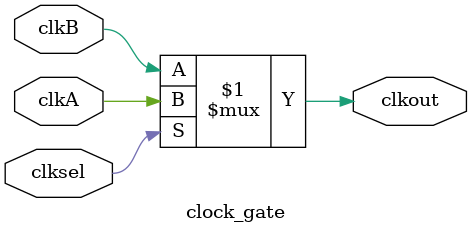
<source format=v>
module clock_gate
  (
  clkA,
  clkB,
  clksel,
  clkout
  );

input  clkA;
input  clkB;
input  clksel;
output clkout;

assign clkout = clksel ? clkA : clkB;

endmodule

</source>
